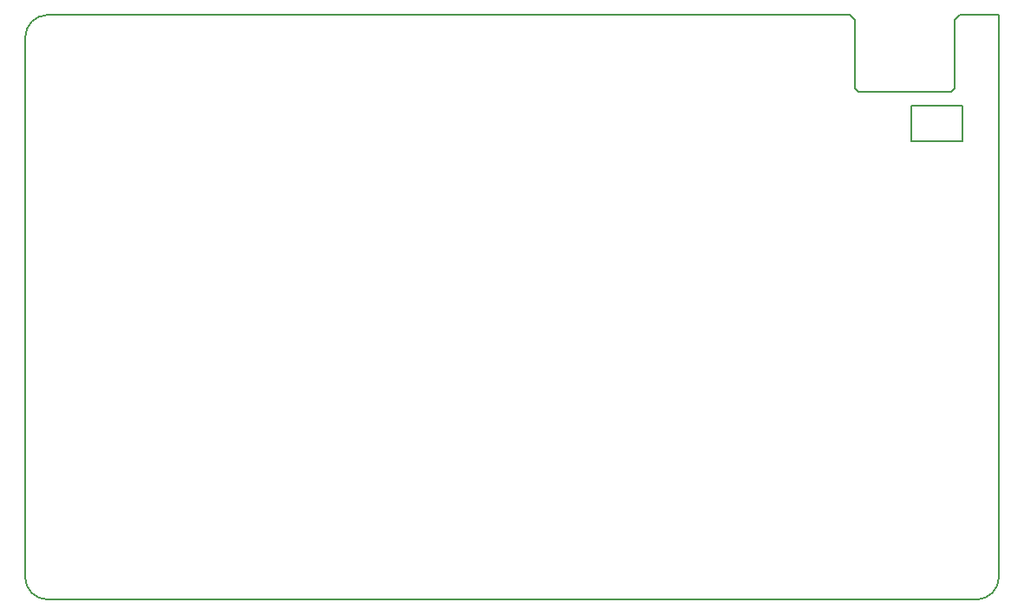
<source format=gbr>
%TF.GenerationSoftware,KiCad,Pcbnew,7.0.5*%
%TF.CreationDate,2023-11-04T19:54:29+08:00*%
%TF.ProjectId,Three2One,54687265-6532-44f6-9e65-2e6b69636164,rev?*%
%TF.SameCoordinates,Original*%
%TF.FileFunction,Profile,NP*%
%FSLAX46Y46*%
G04 Gerber Fmt 4.6, Leading zero omitted, Abs format (unit mm)*
G04 Created by KiCad (PCBNEW 7.0.5) date 2023-11-04 19:54:29*
%MOMM*%
%LPD*%
G01*
G04 APERTURE LIST*
%TA.AperFunction,Profile*%
%ADD10C,0.150000*%
%TD*%
G04 APERTURE END LIST*
D10*
X72315000Y-25725000D02*
X150610000Y-25725000D01*
X151110000Y-32875000D02*
X151510000Y-33275000D01*
X70115000Y-27925000D02*
X70115000Y-80675000D01*
X70115000Y-80675000D02*
G75*
G03*
X72315000Y-82875000I2200000J0D01*
G01*
X150610000Y-25725000D02*
X151110000Y-26225000D01*
X151110000Y-26225000D02*
X151110000Y-32875000D01*
X160910000Y-26225000D02*
X161410000Y-25725000D01*
X163005000Y-82875000D02*
G75*
G03*
X165205000Y-80675000I0J2200000D01*
G01*
X165205000Y-25725000D02*
X161410000Y-25725000D01*
X160510000Y-33275000D02*
X160910000Y-32875000D01*
X151510000Y-33275000D02*
X160510000Y-33275000D01*
X72315000Y-82875000D02*
X163005000Y-82875000D01*
X72315000Y-25725000D02*
G75*
G03*
X70115000Y-27925000I0J-2200000D01*
G01*
X156660000Y-34575000D02*
X161660000Y-34575000D01*
X161660000Y-38075000D01*
X156660000Y-38075000D01*
X156660000Y-34575000D01*
X160910000Y-32875000D02*
X160910000Y-26225000D01*
X165205000Y-25725000D02*
X165205000Y-80675000D01*
M02*

</source>
